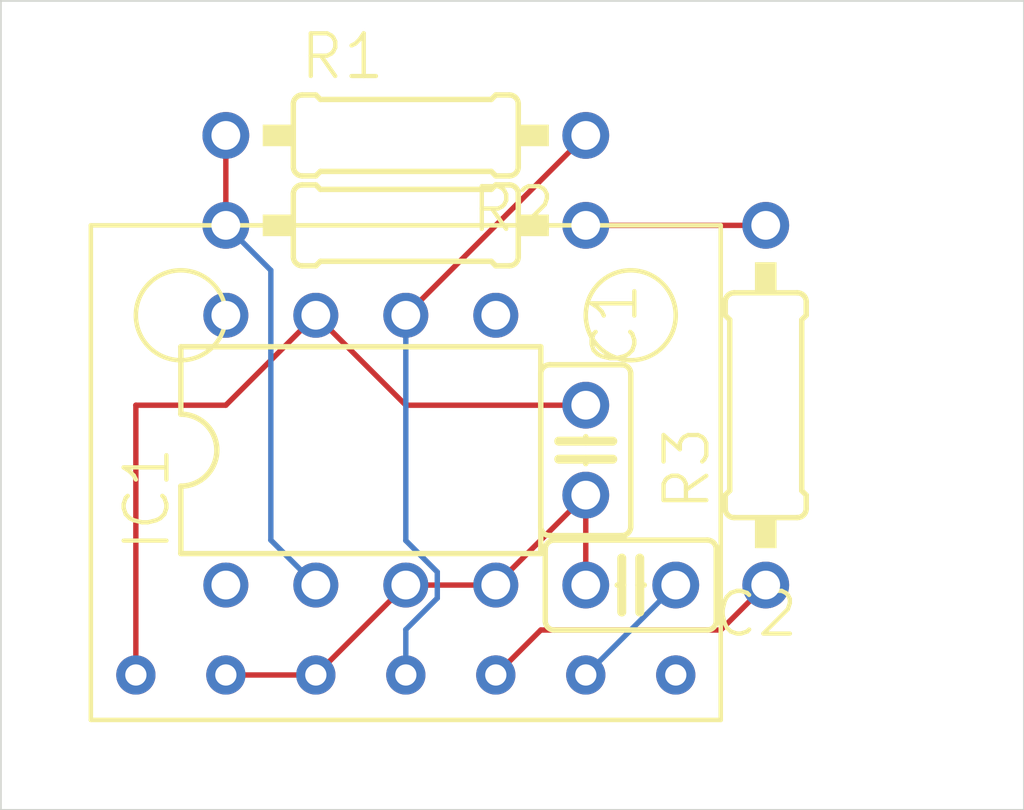
<source format=kicad_pcb>
(kicad_pcb (version 20171130) (host pcbnew "(5.1.6)-1")

  (general
    (thickness 1.6)
    (drawings 4)
    (tracks 25)
    (zones 0)
    (modules 7)
    (nets 12)
  )

  (page A4)
  (layers
    (0 Top signal)
    (31 Bottom signal)
    (32 B.Adhes user)
    (33 F.Adhes user)
    (34 B.Paste user)
    (35 F.Paste user)
    (36 B.SilkS user)
    (37 F.SilkS user)
    (38 B.Mask user)
    (39 F.Mask user)
    (40 Dwgs.User user)
    (41 Cmts.User user)
    (42 Eco1.User user)
    (43 Eco2.User user)
    (44 Edge.Cuts user)
    (45 Margin user)
    (46 B.CrtYd user)
    (47 F.CrtYd user)
    (48 B.Fab user)
    (49 F.Fab user)
  )

  (setup
    (last_trace_width 0.25)
    (trace_clearance 0.1524)
    (zone_clearance 0.508)
    (zone_45_only no)
    (trace_min 0.1524)
    (via_size 0.8)
    (via_drill 0.4)
    (via_min_size 0.4)
    (via_min_drill 0.3)
    (uvia_size 0.3)
    (uvia_drill 0.1)
    (uvias_allowed no)
    (uvia_min_size 0.2)
    (uvia_min_drill 0.1)
    (edge_width 0.05)
    (segment_width 0.2)
    (pcb_text_width 0.3)
    (pcb_text_size 1.5 1.5)
    (mod_edge_width 0.12)
    (mod_text_size 1 1)
    (mod_text_width 0.15)
    (pad_size 1.524 1.524)
    (pad_drill 0.762)
    (pad_to_mask_clearance 0.05)
    (aux_axis_origin 0 0)
    (visible_elements FFFFFF7F)
    (pcbplotparams
      (layerselection 0x010fc_ffffffff)
      (usegerberextensions false)
      (usegerberattributes true)
      (usegerberadvancedattributes true)
      (creategerberjobfile true)
      (excludeedgelayer true)
      (linewidth 0.100000)
      (plotframeref false)
      (viasonmask false)
      (mode 1)
      (useauxorigin false)
      (hpglpennumber 1)
      (hpglpenspeed 20)
      (hpglpendiameter 15.000000)
      (psnegative false)
      (psa4output false)
      (plotreference true)
      (plotvalue true)
      (plotinvisibletext false)
      (padsonsilk false)
      (subtractmaskfromsilk false)
      (outputformat 1)
      (mirror false)
      (drillshape 1)
      (scaleselection 1)
      (outputdirectory ""))
  )

  (net 0 "")
  (net 1 +5V)
  (net 2 GND)
  (net 3 "Net-(IC1-Pad5)")
  (net 4 "Net-(IC1-Pad6)")
  (net 5 "Net-(IC1-Pad8)")
  (net 6 "Net-(IC1-Pad2)")
  (net 7 "Net-(IC1-Pad1)")
  (net 8 "Net-(R2-Pad1)")
  (net 9 "Net-(R3-Pad1)")
  (net 10 "Net-(U$1-PadP$7)")
  (net 11 "Net-(C2-Pad1)")

  (net_class Default "This is the default net class."
    (clearance 0.1524)
    (trace_width 0.25)
    (via_dia 0.8)
    (via_drill 0.4)
    (uvia_dia 0.3)
    (uvia_drill 0.1)
    (add_net +5V)
    (add_net GND)
    (add_net "Net-(C2-Pad1)")
    (add_net "Net-(IC1-Pad1)")
    (add_net "Net-(IC1-Pad2)")
    (add_net "Net-(IC1-Pad5)")
    (add_net "Net-(IC1-Pad6)")
    (add_net "Net-(IC1-Pad8)")
    (add_net "Net-(R2-Pad1)")
    (add_net "Net-(R3-Pad1)")
    (add_net "Net-(U$1-PadP$7)")
  )

  (module current-senaor:C025-025X050 (layer Top) (tedit 0) (tstamp 65105B1D)
    (at 150.5711 106.2686 270)
    (descr "<b>CAPACITOR</b><p>\ngrid 2.5 mm, outline 2.5 x 5 mm")
    (path /CA43AFB1)
    (fp_text reference C1 (at -2.286 -1.524 90) (layer F.SilkS)
      (effects (font (size 1.2065 1.2065) (thickness 0.12065)) (justify left bottom))
    )
    (fp_text value 100n (at -2.286 2.794 90) (layer F.Fab)
      (effects (font (size 1.2065 1.2065) (thickness 0.12065)) (justify left bottom))
    )
    (fp_line (start -0.381 0) (end -0.762 0) (layer F.Fab) (width 0.1524))
    (fp_line (start -0.254 0) (end -0.381 0) (layer F.SilkS) (width 0.1524))
    (fp_line (start -0.254 0) (end -0.254 0.762) (layer F.SilkS) (width 0.254))
    (fp_line (start -0.254 -0.762) (end -0.254 0) (layer F.SilkS) (width 0.254))
    (fp_line (start 0.254 0) (end 0.254 0.762) (layer F.SilkS) (width 0.254))
    (fp_line (start 0.254 0) (end 0.254 -0.762) (layer F.SilkS) (width 0.254))
    (fp_line (start 0.381 0) (end 0.254 0) (layer F.SilkS) (width 0.1524))
    (fp_line (start 0.762 0) (end 0.381 0) (layer F.Fab) (width 0.1524))
    (fp_arc (start -2.159 1.016) (end -2.413 1.016) (angle -90) (layer F.SilkS) (width 0.1524))
    (fp_arc (start 2.159 1.016) (end 2.159 1.27) (angle -90) (layer F.SilkS) (width 0.1524))
    (fp_arc (start -2.159 -1.016) (end -2.413 -1.016) (angle 90) (layer F.SilkS) (width 0.1524))
    (fp_arc (start 2.159 -1.016) (end 2.159 -1.27) (angle 90) (layer F.SilkS) (width 0.1524))
    (fp_line (start -2.413 -1.016) (end -2.413 1.016) (layer F.SilkS) (width 0.1524))
    (fp_line (start 2.413 -1.016) (end 2.413 1.016) (layer F.SilkS) (width 0.1524))
    (fp_line (start 2.159 1.27) (end -2.159 1.27) (layer F.SilkS) (width 0.1524))
    (fp_line (start -2.159 -1.27) (end 2.159 -1.27) (layer F.SilkS) (width 0.1524))
    (pad 2 thru_hole circle (at 1.27 0 270) (size 1.3208 1.3208) (drill 0.8128) (layers *.Cu *.Mask)
      (net 2 GND) (solder_mask_margin 0.1016))
    (pad 1 thru_hole circle (at -1.27 0 270) (size 1.3208 1.3208) (drill 0.8128) (layers *.Cu *.Mask)
      (net 1 +5V) (solder_mask_margin 0.1016))
  )

  (module current-senaor:C025-025X050 (layer Top) (tedit 0) (tstamp 65105B32)
    (at 151.8411 110.0786 180)
    (descr "<b>CAPACITOR</b><p>\ngrid 2.5 mm, outline 2.5 x 5 mm")
    (path /C33DD461)
    (fp_text reference C2 (at -2.286 -1.524) (layer F.SilkS)
      (effects (font (size 1.2065 1.2065) (thickness 0.12065)) (justify left bottom))
    )
    (fp_text value 1u (at -2.286 2.794) (layer F.Fab)
      (effects (font (size 1.2065 1.2065) (thickness 0.12065)) (justify left bottom))
    )
    (fp_line (start -0.381 0) (end -0.762 0) (layer F.Fab) (width 0.1524))
    (fp_line (start -0.254 0) (end -0.381 0) (layer F.SilkS) (width 0.1524))
    (fp_line (start -0.254 0) (end -0.254 0.762) (layer F.SilkS) (width 0.254))
    (fp_line (start -0.254 -0.762) (end -0.254 0) (layer F.SilkS) (width 0.254))
    (fp_line (start 0.254 0) (end 0.254 0.762) (layer F.SilkS) (width 0.254))
    (fp_line (start 0.254 0) (end 0.254 -0.762) (layer F.SilkS) (width 0.254))
    (fp_line (start 0.381 0) (end 0.254 0) (layer F.SilkS) (width 0.1524))
    (fp_line (start 0.762 0) (end 0.381 0) (layer F.Fab) (width 0.1524))
    (fp_arc (start -2.159 1.016) (end -2.413 1.016) (angle -90) (layer F.SilkS) (width 0.1524))
    (fp_arc (start 2.159 1.016) (end 2.159 1.27) (angle -90) (layer F.SilkS) (width 0.1524))
    (fp_arc (start -2.159 -1.016) (end -2.413 -1.016) (angle 90) (layer F.SilkS) (width 0.1524))
    (fp_arc (start 2.159 -1.016) (end 2.159 -1.27) (angle 90) (layer F.SilkS) (width 0.1524))
    (fp_line (start -2.413 -1.016) (end -2.413 1.016) (layer F.SilkS) (width 0.1524))
    (fp_line (start 2.413 -1.016) (end 2.413 1.016) (layer F.SilkS) (width 0.1524))
    (fp_line (start 2.159 1.27) (end -2.159 1.27) (layer F.SilkS) (width 0.1524))
    (fp_line (start -2.159 -1.27) (end 2.159 -1.27) (layer F.SilkS) (width 0.1524))
    (pad 2 thru_hole circle (at 1.27 0 180) (size 1.3208 1.3208) (drill 0.8128) (layers *.Cu *.Mask)
      (net 2 GND) (solder_mask_margin 0.1016))
    (pad 1 thru_hole circle (at -1.27 0 180) (size 1.3208 1.3208) (drill 0.8128) (layers *.Cu *.Mask)
      (net 11 "Net-(C2-Pad1)") (solder_mask_margin 0.1016))
  )

  (module current-senaor:DIL08 (layer Top) (tedit 0) (tstamp 65105B47)
    (at 144.2211 106.2686)
    (descr "<b>Dual In Line Package</b>")
    (path /22F7723E)
    (fp_text reference IC1 (at -5.334 2.921 90) (layer F.SilkS)
      (effects (font (size 1.2065 1.2065) (thickness 0.12065)) (justify left bottom))
    )
    (fp_text value 741P (at -3.556 0.635) (layer F.Fab)
      (effects (font (size 1.2065 1.2065) (thickness 0.12065)) (justify left bottom))
    )
    (fp_arc (start -5.08 0) (end -5.08 -1.016) (angle 180) (layer F.SilkS) (width 0.1524))
    (fp_line (start -5.08 2.921) (end -5.08 1.016) (layer F.SilkS) (width 0.1524))
    (fp_line (start -5.08 -2.921) (end -5.08 -1.016) (layer F.SilkS) (width 0.1524))
    (fp_line (start 5.08 -2.921) (end 5.08 2.921) (layer F.SilkS) (width 0.1524))
    (fp_line (start -5.08 2.921) (end 5.08 2.921) (layer F.SilkS) (width 0.1524))
    (fp_line (start 5.08 -2.921) (end -5.08 -2.921) (layer F.SilkS) (width 0.1524))
    (pad 5 thru_hole circle (at 3.81 -3.81 90) (size 1.27 1.27) (drill 0.8128) (layers *.Cu *.Mask)
      (net 3 "Net-(IC1-Pad5)") (solder_mask_margin 0.1016))
    (pad 6 thru_hole circle (at 1.27 -3.81 90) (size 1.27 1.27) (drill 0.8128) (layers *.Cu *.Mask)
      (net 4 "Net-(IC1-Pad6)") (solder_mask_margin 0.1016))
    (pad 4 thru_hole circle (at 3.81 3.81 90) (size 1.27 1.27) (drill 0.8128) (layers *.Cu *.Mask)
      (net 2 GND) (solder_mask_margin 0.1016))
    (pad 3 thru_hole circle (at 1.27 3.81 90) (size 1.27 1.27) (drill 0.8128) (layers *.Cu *.Mask)
      (net 2 GND) (solder_mask_margin 0.1016))
    (pad 8 thru_hole circle (at -3.81 -3.81 90) (size 1.27 1.27) (drill 0.8128) (layers *.Cu *.Mask)
      (net 5 "Net-(IC1-Pad8)") (solder_mask_margin 0.1016))
    (pad 7 thru_hole circle (at -1.27 -3.81 90) (size 1.27 1.27) (drill 0.8128) (layers *.Cu *.Mask)
      (net 1 +5V) (solder_mask_margin 0.1016))
    (pad 2 thru_hole circle (at -1.27 3.81 90) (size 1.27 1.27) (drill 0.8128) (layers *.Cu *.Mask)
      (net 6 "Net-(IC1-Pad2)") (solder_mask_margin 0.1016))
    (pad 1 thru_hole circle (at -3.81 3.81 90) (size 1.27 1.27) (drill 0.8128) (layers *.Cu *.Mask)
      (net 7 "Net-(IC1-Pad1)") (solder_mask_margin 0.1016))
  )

  (module current-senaor:0207_10 (layer Top) (tedit 0) (tstamp 65105B58)
    (at 145.4911 97.3786)
    (descr "<b>RESISTOR</b><p>\ntype 0207, grid 10 mm")
    (path /9120CD76)
    (fp_text reference R1 (at -3.048 -1.524) (layer F.SilkS)
      (effects (font (size 1.2065 1.2065) (thickness 0.12065)) (justify left bottom))
    )
    (fp_text value 81k (at -2.2606 0.635) (layer F.Fab)
      (effects (font (size 1.2065 1.2065) (thickness 0.12065)) (justify left bottom))
    )
    (fp_poly (pts (xy -4.0386 0.3048) (xy -3.175 0.3048) (xy -3.175 -0.3048) (xy -4.0386 -0.3048)) (layer F.SilkS) (width 0))
    (fp_poly (pts (xy 3.175 0.3048) (xy 4.0386 0.3048) (xy 4.0386 -0.3048) (xy 3.175 -0.3048)) (layer F.SilkS) (width 0))
    (fp_line (start 3.175 0.889) (end 3.175 -0.889) (layer F.SilkS) (width 0.1524))
    (fp_line (start 2.921 1.143) (end 2.54 1.143) (layer F.SilkS) (width 0.1524))
    (fp_line (start 2.921 -1.143) (end 2.54 -1.143) (layer F.SilkS) (width 0.1524))
    (fp_line (start 2.413 1.016) (end -2.413 1.016) (layer F.SilkS) (width 0.1524))
    (fp_line (start 2.413 1.016) (end 2.54 1.143) (layer F.SilkS) (width 0.1524))
    (fp_line (start 2.413 -1.016) (end -2.413 -1.016) (layer F.SilkS) (width 0.1524))
    (fp_line (start 2.413 -1.016) (end 2.54 -1.143) (layer F.SilkS) (width 0.1524))
    (fp_line (start -2.413 1.016) (end -2.54 1.143) (layer F.SilkS) (width 0.1524))
    (fp_line (start -2.921 1.143) (end -2.54 1.143) (layer F.SilkS) (width 0.1524))
    (fp_line (start -2.413 -1.016) (end -2.54 -1.143) (layer F.SilkS) (width 0.1524))
    (fp_line (start -2.921 -1.143) (end -2.54 -1.143) (layer F.SilkS) (width 0.1524))
    (fp_line (start -3.175 0.889) (end -3.175 -0.889) (layer F.SilkS) (width 0.1524))
    (fp_arc (start 2.921 -0.889) (end 2.921 -1.143) (angle 90) (layer F.SilkS) (width 0.1524))
    (fp_arc (start 2.921 0.889) (end 2.921 1.143) (angle -90) (layer F.SilkS) (width 0.1524))
    (fp_arc (start -2.921 0.889) (end -3.175 0.889) (angle -90) (layer F.SilkS) (width 0.1524))
    (fp_arc (start -2.921 -0.889) (end -3.175 -0.889) (angle 90) (layer F.SilkS) (width 0.1524))
    (fp_line (start -5.08 0) (end -4.064 0) (layer F.Fab) (width 0.6096))
    (fp_line (start 5.08 0) (end 4.064 0) (layer F.Fab) (width 0.6096))
    (pad 2 thru_hole circle (at 5.08 0) (size 1.3208 1.3208) (drill 0.8128) (layers *.Cu *.Mask)
      (net 4 "Net-(IC1-Pad6)") (solder_mask_margin 0.1016))
    (pad 1 thru_hole circle (at -5.08 0) (size 1.3208 1.3208) (drill 0.8128) (layers *.Cu *.Mask)
      (net 6 "Net-(IC1-Pad2)") (solder_mask_margin 0.1016))
  )

  (module current-senaor:0207_10 (layer Top) (tedit 0) (tstamp 65105B71)
    (at 145.4911 99.9186 180)
    (descr "<b>RESISTOR</b><p>\ntype 0207, grid 10 mm")
    (path /C766666B)
    (fp_text reference R2 (at -1.778 -0.254) (layer F.SilkS)
      (effects (font (size 1.2065 1.2065) (thickness 0.12065)) (justify left bottom))
    )
    (fp_text value 33k (at -0.9906 0.635) (layer F.Fab)
      (effects (font (size 1.2065 1.2065) (thickness 0.12065)) (justify left bottom))
    )
    (fp_poly (pts (xy -4.0386 0.3048) (xy -3.175 0.3048) (xy -3.175 -0.3048) (xy -4.0386 -0.3048)) (layer F.SilkS) (width 0))
    (fp_poly (pts (xy 3.175 0.3048) (xy 4.0386 0.3048) (xy 4.0386 -0.3048) (xy 3.175 -0.3048)) (layer F.SilkS) (width 0))
    (fp_line (start 3.175 0.889) (end 3.175 -0.889) (layer F.SilkS) (width 0.1524))
    (fp_line (start 2.921 1.143) (end 2.54 1.143) (layer F.SilkS) (width 0.1524))
    (fp_line (start 2.921 -1.143) (end 2.54 -1.143) (layer F.SilkS) (width 0.1524))
    (fp_line (start 2.413 1.016) (end -2.413 1.016) (layer F.SilkS) (width 0.1524))
    (fp_line (start 2.413 1.016) (end 2.54 1.143) (layer F.SilkS) (width 0.1524))
    (fp_line (start 2.413 -1.016) (end -2.413 -1.016) (layer F.SilkS) (width 0.1524))
    (fp_line (start 2.413 -1.016) (end 2.54 -1.143) (layer F.SilkS) (width 0.1524))
    (fp_line (start -2.413 1.016) (end -2.54 1.143) (layer F.SilkS) (width 0.1524))
    (fp_line (start -2.921 1.143) (end -2.54 1.143) (layer F.SilkS) (width 0.1524))
    (fp_line (start -2.413 -1.016) (end -2.54 -1.143) (layer F.SilkS) (width 0.1524))
    (fp_line (start -2.921 -1.143) (end -2.54 -1.143) (layer F.SilkS) (width 0.1524))
    (fp_line (start -3.175 0.889) (end -3.175 -0.889) (layer F.SilkS) (width 0.1524))
    (fp_arc (start 2.921 -0.889) (end 2.921 -1.143) (angle 90) (layer F.SilkS) (width 0.1524))
    (fp_arc (start 2.921 0.889) (end 2.921 1.143) (angle -90) (layer F.SilkS) (width 0.1524))
    (fp_arc (start -2.921 0.889) (end -3.175 0.889) (angle -90) (layer F.SilkS) (width 0.1524))
    (fp_arc (start -2.921 -0.889) (end -3.175 -0.889) (angle 90) (layer F.SilkS) (width 0.1524))
    (fp_line (start -5.08 0) (end -4.064 0) (layer F.Fab) (width 0.6096))
    (fp_line (start 5.08 0) (end 4.064 0) (layer F.Fab) (width 0.6096))
    (pad 2 thru_hole circle (at 5.08 0 180) (size 1.3208 1.3208) (drill 0.8128) (layers *.Cu *.Mask)
      (net 6 "Net-(IC1-Pad2)") (solder_mask_margin 0.1016))
    (pad 1 thru_hole circle (at -5.08 0 180) (size 1.3208 1.3208) (drill 0.8128) (layers *.Cu *.Mask)
      (net 8 "Net-(R2-Pad1)") (solder_mask_margin 0.1016))
  )

  (module current-senaor:0207_10 (layer Top) (tedit 0) (tstamp 65105B8A)
    (at 155.6511 104.9986 90)
    (descr "<b>RESISTOR</b><p>\ntype 0207, grid 10 mm")
    (path /B785D858)
    (fp_text reference R3 (at -3.048 -1.524 90) (layer F.SilkS)
      (effects (font (size 1.2065 1.2065) (thickness 0.12065)) (justify left bottom))
    )
    (fp_text value 39 (at 0.2794 0.635 90) (layer F.Fab)
      (effects (font (size 1.2065 1.2065) (thickness 0.12065)) (justify left bottom))
    )
    (fp_poly (pts (xy -4.0386 0.3048) (xy -3.175 0.3048) (xy -3.175 -0.3048) (xy -4.0386 -0.3048)) (layer F.SilkS) (width 0))
    (fp_poly (pts (xy 3.175 0.3048) (xy 4.0386 0.3048) (xy 4.0386 -0.3048) (xy 3.175 -0.3048)) (layer F.SilkS) (width 0))
    (fp_line (start 3.175 0.889) (end 3.175 -0.889) (layer F.SilkS) (width 0.1524))
    (fp_line (start 2.921 1.143) (end 2.54 1.143) (layer F.SilkS) (width 0.1524))
    (fp_line (start 2.921 -1.143) (end 2.54 -1.143) (layer F.SilkS) (width 0.1524))
    (fp_line (start 2.413 1.016) (end -2.413 1.016) (layer F.SilkS) (width 0.1524))
    (fp_line (start 2.413 1.016) (end 2.54 1.143) (layer F.SilkS) (width 0.1524))
    (fp_line (start 2.413 -1.016) (end -2.413 -1.016) (layer F.SilkS) (width 0.1524))
    (fp_line (start 2.413 -1.016) (end 2.54 -1.143) (layer F.SilkS) (width 0.1524))
    (fp_line (start -2.413 1.016) (end -2.54 1.143) (layer F.SilkS) (width 0.1524))
    (fp_line (start -2.921 1.143) (end -2.54 1.143) (layer F.SilkS) (width 0.1524))
    (fp_line (start -2.413 -1.016) (end -2.54 -1.143) (layer F.SilkS) (width 0.1524))
    (fp_line (start -2.921 -1.143) (end -2.54 -1.143) (layer F.SilkS) (width 0.1524))
    (fp_line (start -3.175 0.889) (end -3.175 -0.889) (layer F.SilkS) (width 0.1524))
    (fp_arc (start 2.921 -0.889) (end 2.921 -1.143) (angle 90) (layer F.SilkS) (width 0.1524))
    (fp_arc (start 2.921 0.889) (end 2.921 1.143) (angle -90) (layer F.SilkS) (width 0.1524))
    (fp_arc (start -2.921 0.889) (end -3.175 0.889) (angle -90) (layer F.SilkS) (width 0.1524))
    (fp_arc (start -2.921 -0.889) (end -3.175 -0.889) (angle 90) (layer F.SilkS) (width 0.1524))
    (fp_line (start -5.08 0) (end -4.064 0) (layer F.Fab) (width 0.6096))
    (fp_line (start 5.08 0) (end 4.064 0) (layer F.Fab) (width 0.6096))
    (pad 2 thru_hole circle (at 5.08 0 90) (size 1.3208 1.3208) (drill 0.8128) (layers *.Cu *.Mask)
      (net 8 "Net-(R2-Pad1)") (solder_mask_margin 0.1016))
    (pad 1 thru_hole circle (at -5.08 0 90) (size 1.3208 1.3208) (drill 0.8128) (layers *.Cu *.Mask)
      (net 9 "Net-(R3-Pad1)") (solder_mask_margin 0.1016))
  )

  (module current-senaor:LTC1966_MODULE (layer Top) (tedit 0) (tstamp 65105BA3)
    (at 145.4911 97.3786 90)
    (path /89E33A62)
    (fp_text reference U$1 (at 0 0 90) (layer F.SilkS) hide
      (effects (font (size 1.27 1.27) (thickness 0.15)))
    )
    (fp_text value LTC1966_MODULE (at 0 0 90) (layer F.SilkS) hide
      (effects (font (size 1.27 1.27) (thickness 0.15)))
    )
    (fp_line (start -2.54 -8.89) (end -16.51 -8.89) (layer F.SilkS) (width 0.127))
    (fp_line (start -2.54 8.89) (end -2.54 -8.89) (layer F.SilkS) (width 0.127))
    (fp_line (start -16.51 8.89) (end -2.54 8.89) (layer F.SilkS) (width 0.127))
    (fp_line (start -16.51 -8.89) (end -16.51 8.89) (layer F.SilkS) (width 0.127))
    (fp_circle (center -5.08 6.35) (end -3.81 6.35) (layer F.SilkS) (width 0.127))
    (fp_circle (center -5.08 -6.35) (end -3.81 -6.35) (layer F.SilkS) (width 0.127))
    (pad P$7 thru_hole circle (at -15.24 7.62 90) (size 1.108 1.108) (drill 0.6) (layers *.Cu *.Mask)
      (net 10 "Net-(U$1-PadP$7)") (solder_mask_margin 0.1016))
    (pad P$6 thru_hole circle (at -15.24 5.08 90) (size 1.108 1.108) (drill 0.6) (layers *.Cu *.Mask)
      (net 11 "Net-(C2-Pad1)") (solder_mask_margin 0.1016))
    (pad P$5 thru_hole circle (at -15.24 2.54 90) (size 1.108 1.108) (drill 0.6) (layers *.Cu *.Mask)
      (net 9 "Net-(R3-Pad1)") (solder_mask_margin 0.1016))
    (pad P$4 thru_hole circle (at -15.24 0 90) (size 1.108 1.108) (drill 0.6) (layers *.Cu *.Mask)
      (net 4 "Net-(IC1-Pad6)") (solder_mask_margin 0.1016))
    (pad P$3 thru_hole circle (at -15.24 -2.54 90) (size 1.108 1.108) (drill 0.6) (layers *.Cu *.Mask)
      (net 2 GND) (solder_mask_margin 0.1016))
    (pad P$2 thru_hole circle (at -15.24 -5.08 90) (size 1.108 1.108) (drill 0.6) (layers *.Cu *.Mask)
      (net 2 GND) (solder_mask_margin 0.1016))
    (pad P$1 thru_hole circle (at -15.24 -7.62 90) (size 1.108 1.108) (drill 0.6) (layers *.Cu *.Mask)
      (net 1 +5V) (solder_mask_margin 0.1016))
  )

  (gr_line (start 134.0611 116.4286) (end 162.9411 116.4286) (layer Edge.Cuts) (width 0.05) (tstamp E03B0E0))
  (gr_line (start 162.9411 116.4286) (end 162.9411 93.5786) (layer Edge.Cuts) (width 0.05) (tstamp E03BB80))
  (gr_line (start 162.9411 93.5786) (end 134.0611 93.5786) (layer Edge.Cuts) (width 0.05) (tstamp E03B4A0))
  (gr_line (start 134.0611 93.5786) (end 134.0611 116.4286) (layer Edge.Cuts) (width 0.05) (tstamp E03BD60))

  (segment (start 150.5711 104.9986) (end 145.4911 104.9986) (width 0.1524) (layer Top) (net 1) (tstamp E049460))
  (segment (start 145.4911 104.9986) (end 142.9511 102.4586) (width 0.1524) (layer Top) (net 1) (tstamp E048BA0))
  (segment (start 142.9511 102.4586) (end 140.4111 104.9986) (width 0.1524) (layer Top) (net 1) (tstamp E048600))
  (segment (start 140.4111 104.9986) (end 137.8711 104.9986) (width 0.1524) (layer Top) (net 1) (tstamp E048100))
  (segment (start 137.8711 104.9986) (end 137.8711 112.6186) (width 0.1524) (layer Top) (net 1) (tstamp E047E80))
  (segment (start 140.4111 112.6186) (end 142.9511 112.6186) (width 0.1524) (layer Top) (net 2) (tstamp E049820))
  (segment (start 145.4911 110.0786) (end 148.0311 110.0786) (width 0.1524) (layer Top) (net 2) (tstamp E0495A0))
  (segment (start 148.0311 110.0786) (end 150.5711 107.5386) (width 0.1524) (layer Top) (net 2) (tstamp E049640))
  (segment (start 142.9511 112.6186) (end 145.4911 110.0786) (width 0.1524) (layer Top) (net 2) (tstamp E0496E0))
  (segment (start 150.5711 110.0786) (end 150.5711 107.5386) (width 0.1524) (layer Top) (net 2) (tstamp E048C40))
  (segment (start 140.4111 97.3786) (end 140.4111 99.9186) (width 0.1524) (layer Top) (net 6) (tstamp E049000))
  (segment (start 140.4111 99.9186) (end 141.6811 101.1886) (width 0.1524) (layer Bottom) (net 6) (tstamp E048CE0))
  (segment (start 141.6811 101.1886) (end 141.6811 108.8086) (width 0.1524) (layer Bottom) (net 6) (tstamp E0470C0))
  (segment (start 141.6811 108.8086) (end 142.9511 110.0786) (width 0.1524) (layer Bottom) (net 6) (tstamp E047160))
  (segment (start 150.5711 97.3786) (end 145.4911 102.4586) (width 0.1524) (layer Top) (net 4) (tstamp E0475C0))
  (segment (start 146.3801 109.710363) (end 146.3801 110.446838) (width 0.1524) (layer Bottom) (net 4) (tstamp E048380))
  (segment (start 145.4911 102.4586) (end 145.4911 108.821363) (width 0.1524) (layer Bottom) (net 4) (tstamp E047F20))
  (segment (start 145.4911 111.335838) (end 145.4911 112.6186) (width 0.1524) (layer Bottom) (net 4) (tstamp E0490A0))
  (segment (start 145.4911 108.821363) (end 146.3801 109.710363) (width 0.1524) (layer Bottom) (net 4) (tstamp E0491E0))
  (segment (start 146.3801 110.446838) (end 145.4911 111.335838) (width 0.1524) (layer Bottom) (net 4) (tstamp E048560))
  (segment (start 148.0311 112.6186) (end 149.3011 111.3486) (width 0.1524) (layer Top) (net 9) (tstamp E0486A0))
  (segment (start 149.3011 111.3486) (end 154.3811 111.3486) (width 0.1524) (layer Top) (net 9) (tstamp E0478E0))
  (segment (start 154.3811 111.3486) (end 155.6511 110.0786) (width 0.1524) (layer Top) (net 9) (tstamp E047980))
  (segment (start 150.5711 99.9186) (end 155.6511 99.9186) (width 0.1524) (layer Top) (net 8) (tstamp E047C00))
  (segment (start 150.5711 112.6186) (end 153.1111 110.0786) (width 0.1524) (layer Bottom) (net 11) (tstamp E048A60))

)

</source>
